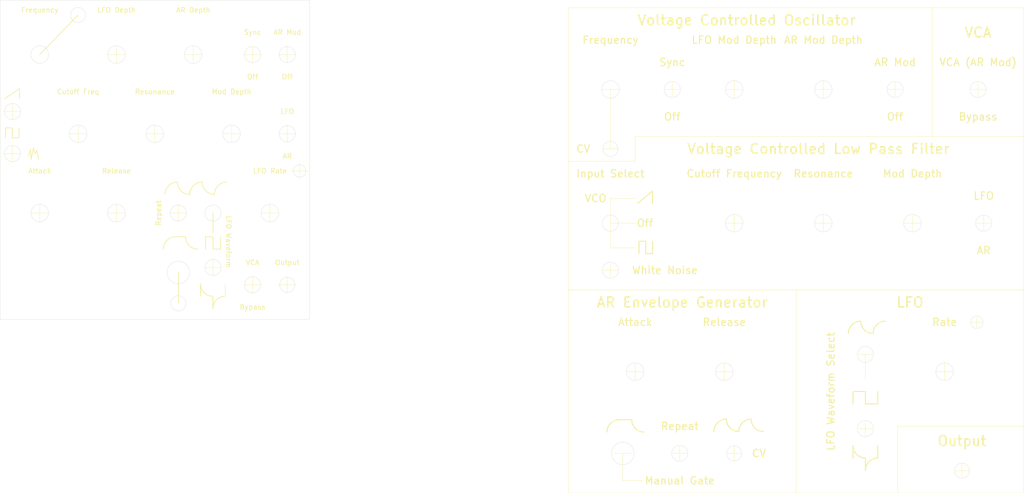
<source format=kicad_pcb>
(kicad_pcb (version 20221018) (generator pcbnew)

  (general
    (thickness 1.6)
  )

  (paper "A3")
  (layers
    (0 "F.Cu" signal)
    (31 "B.Cu" signal)
    (32 "B.Adhes" user "B.Adhesive")
    (33 "F.Adhes" user "F.Adhesive")
    (34 "B.Paste" user)
    (35 "F.Paste" user)
    (36 "B.SilkS" user "B.Silkscreen")
    (37 "F.SilkS" user "F.Silkscreen")
    (38 "B.Mask" user)
    (39 "F.Mask" user)
    (40 "Dwgs.User" user "User.Drawings")
    (41 "Cmts.User" user "User.Comments")
    (42 "Eco1.User" user "User.Eco1")
    (43 "Eco2.User" user "User.Eco2")
    (44 "Edge.Cuts" user)
    (45 "Margin" user)
    (46 "B.CrtYd" user "B.Courtyard")
    (47 "F.CrtYd" user "F.Courtyard")
    (48 "B.Fab" user)
    (49 "F.Fab" user)
    (50 "User.1" user)
    (51 "User.2" user)
    (52 "User.3" user)
    (53 "User.4" user)
    (54 "User.5" user)
    (55 "User.6" user)
    (56 "User.7" user)
    (57 "User.8" user)
    (58 "User.9" user)
  )

  (setup
    (pad_to_mask_clearance 0)
    (pcbplotparams
      (layerselection 0x00010fc_ffffffff)
      (plot_on_all_layers_selection 0x0000000_00000000)
      (disableapertmacros false)
      (usegerberextensions false)
      (usegerberattributes true)
      (usegerberadvancedattributes true)
      (creategerberjobfile true)
      (dashed_line_dash_ratio 12.000000)
      (dashed_line_gap_ratio 3.000000)
      (svgprecision 4)
      (plotframeref false)
      (viasonmask false)
      (mode 1)
      (useauxorigin false)
      (hpglpennumber 1)
      (hpglpenspeed 20)
      (hpglpendiameter 15.000000)
      (dxfpolygonmode true)
      (dxfimperialunits true)
      (dxfusepcbnewfont true)
      (psnegative false)
      (psa4output false)
      (plotreference true)
      (plotvalue true)
      (plotinvisibletext false)
      (sketchpadsonfab false)
      (subtractmaskfromsilk false)
      (outputformat 1)
      (mirror false)
      (drillshape 1)
      (scaleselection 1)
      (outputdirectory "")
    )
  )

  (net 0 "")

  (gr_line (start 344.55 158.1) (end 344.55 163.1)
    (stroke (width 0.4) (type default)) (layer "F.SilkS") (tstamp 0039fa38-08cb-4815-895e-bba2000c709a))
  (gr_line (start 253.1 150.1) (end 260 150.1)
    (stroke (width 0.15) (type default)) (layer "F.SilkS") (tstamp 019902e3-bee1-4779-a129-95de455bd223))
  (gr_line (start 376.55 3.1) (end 229.55 3.1)
    (stroke (width 0.15) (type default)) (layer "F.SilkS") (tstamp 01a5d328-d2fc-4d00-a70a-55227c3a4f55))
  (gr_line (start 62.5 50.55) (end 62.5 57.45)
    (stroke (width 0.15) (type default)) (layer "F.SilkS") (tstamp 01ef1582-ae2d-4caa-9e56-c506e4472fd8))
  (gr_line (start 86 95.6) (end 83 95.6)
    (stroke (width 0.3) (type default)) (layer "F.SilkS") (tstamp 02de0a1f-8f21-4eb3-ace0-7311d4b2d270))
  (gr_line (start 74.55 22) (end 81.45 22)
    (stroke (width 0.15) (type default)) (layer "F.SilkS") (tstamp 03b420b3-7790-4ec4-9d23-75b0150f3c96))
  (gr_line (start 47 18.55) (end 47 25.45)
    (stroke (width 0.15) (type default)) (layer "F.SilkS") (tstamp 06040f33-42cd-4687-ae5a-4da2093307cd))
  (gr_line (start 47 82.55) (end 47 89.45)
    (stroke (width 0.15) (type default)) (layer "F.SilkS") (tstamp 06863deb-5f18-4e1b-affd-918798b31b7c))
  (gr_line (start 72 110) (end 72 122.5)
    (stroke (width 0.3) (type default)) (layer "F.SilkS") (tstamp 06b753db-f899-4997-ae4a-c866d08e6743))
  (gr_line (start 292.55 146.65) (end 292.55 153.55)
    (stroke (width 0.15) (type default)) (layer "F.SilkS") (tstamp 075b3dfd-3de1-43f2-b1a3-f9ad23ba146a))
  (gr_line (start 243.65 109.1) (end 249.45 109.1)
    (stroke (width 0.15) (type default)) (layer "F.SilkS") (tstamp 0776053e-feb2-4656-8309-d96cfe862b01))
  (gr_arc (start 86.6 78.5) (mid 88.064466 74.964467) (end 91.6 73.5)
    (stroke (width 0.3) (type default)) (layer "F.SilkS") (tstamp 07826822-c659-4a37-a504-762e6920c325))
  (gr_line (start 12.55 86) (end 19.45 86)
    (stroke (width 0.15) (type default)) (layer "F.SilkS") (tstamp 0852c51c-5552-42b6-9643-e8b57a25d8c5))
  (gr_line (start 362.55 199.1) (end 413.55 199.1)
    (stroke (width 0.15) (type default)) (layer "F.SilkS") (tstamp 09605d46-f2e7-463c-a1e4-4e59fcd386e4))
  (gr_arc (start 352.65 134.7) (mid 354.114466 131.164466) (end 357.65 129.7)
    (stroke (width 0.4) (type default)) (layer "F.SilkS") (tstamp 09bac4a8-3af8-43cc-bd6d-867f80ec4a2f))
  (gr_line (start 74.9 95.6) (end 70.9 95.6)
    (stroke (width 0.3) (type default)) (layer "F.SilkS") (tstamp 0a836655-8678-42fe-bf38-dc1dc51275f9))
  (gr_line (start 256.55 65.1) (end 229.55 65.1)
    (stroke (width 0.15) (type default)) (layer "F.SilkS") (tstamp 0c867e13-5f0b-4ca2-8cc8-76539b3b9fb8))
  (gr_line (start 388.55 193) (end 388.55 187.2)
    (stroke (width 0.15) (type default)) (layer "F.SilkS") (tstamp 0f0842ae-118b-4154-a207-f8be1225a126))
  (gr_line (start 86 104.55) (end 86 111.45)
    (stroke (width 0.15) (type default)) (layer "F.SilkS") (tstamp 0f489097-7b19-486c-afd9-90298439e25b))
  (gr_line (start 296.55 32.65) (end 296.55 39.55)
    (stroke (width 0.15) (type default)) (layer "F.SilkS") (tstamp 10d60b57-e402-40e9-ba60-dc6c6123e0ed))
  (gr_line (start 381.55 146.65) (end 381.55 153.55)
    (stroke (width 0.15) (type default)) (layer "F.SilkS") (tstamp 11f97bd9-9fee-46ff-81f6-c5051a8841a0))
  (gr_line (start 263.575 102.4) (end 260.825 102.4)
    (stroke (width 0.4) (type default)) (layer "F.SilkS") (tstamp 13948f8e-a0c6-495c-90f7-77a0e374efc2))
  (gr_line (start 329.1 90.1) (end 336 90.1)
    (stroke (width 0.15) (type default)) (layer "F.SilkS") (tstamp 13b637a0-5eb4-4dc3-bf9d-63ed995c8058))
  (gr_line (start 376.55 3.1) (end 376.55 55.1)
    (stroke (width 0.15) (type default)) (layer "F.SilkS") (tstamp 14fd46f5-7f39-4baa-b1c6-c2ef7c377420))
  (gr_line (start 413.55 55.1) (end 413.55 117.1)
    (stroke (width 0.15) (type default)) (layer "F.SilkS") (tstamp 1501b6ef-5b9d-46eb-a551-f3f29d2a4466))
  (gr_line (start 392.15 36.1) (end 397.95 36.1)
    (stroke (width 0.15) (type default)) (layer "F.SilkS") (tstamp 15447c71-2ca2-49ce-b217-97d8eabc0a2a))
  (gr_line (start 7.65 55.6) (end 4.9 55.6)
    (stroke (width 0.3) (type default)) (layer "F.SilkS") (tstamp 1b80e230-d859-4189-8728-8ac344b1986b))
  (gr_line (start 89 95.6) (end 89 100.6)
    (stroke (width 0.3) (type default)) (layer "F.SilkS") (tstamp 1c91f91c-e5a7-432b-a20d-ac782c536c72))
  (gr_line (start 376.55 3.1) (end 413.55 3.1)
    (stroke (width 0.15) (type default)) (layer "F.SilkS") (tstamp 21b2b8b3-961f-41f9-826a-ecec2f60db2f))
  (gr_line (start 293.1 90.1) (end 300 90.1)
    (stroke (width 0.15) (type default)) (layer "F.SilkS") (tstamp 22dec114-34b9-4015-8c5b-4926eab45d47))
  (gr_line (start 248.15 183.1) (end 255.05 183.1)
    (stroke (width 0.15) (type default)) (layer "F.SilkS") (tstamp 24e08c05-e437-4fba-824a-ba27b7d00565))
  (gr_line (start 5 41.55) (end 5 48.45)
    (stroke (width 0.15) (type default)) (layer "F.SilkS") (tstamp 265c9cc2-d0bd-4d43-997f-23495b5bfaa1))
  (gr_line (start 368.55 86.65) (end 368.55 93.55)
    (stroke (width 0.15) (type default)) (layer "F.SilkS") (tstamp 281fd2a7-4eb6-4864-b452-c23fa51dc3ca))
  (gr_line (start 14.15 62.05) (end 14.75 60.75)
    (stroke (width 0.3) (type default)) (layer "F.SilkS") (tstamp 2a033b73-348f-404d-83b5-4c338b146689))
  (gr_line (start 112.55 54) (end 119.45 54)
    (stroke (width 0.15) (type default)) (layer "F.SilkS") (tstamp 2a4b4894-f4ac-4ff5-bcd4-f7dc77008b53))
  (gr_line (start 256.55 146.65) (end 256.55 153.55)
    (stroke (width 0.15) (type default)) (layer "F.SilkS") (tstamp 2cd8fd6e-ee20-4ec6-bf51-8c4c6801d704))
  (gr_line (start 263.55 77.1) (end 263.55 82.1)
    (stroke (width 0.4) (type default)) (layer "F.SilkS") (tstamp 2cdefca5-6f84-4e89-9789-3f6c20f2e65b))
  (gr_line (start 394.45 90.1) (end 400.25 90.1)
    (stroke (width 0.15) (type default)) (layer "F.SilkS") (tstamp 2d56712b-3628-403a-b301-fb15a9189e50))
  (gr_line (start 117.55 69) (end 124.45 69)
    (stroke (width 0.15) (type default)) (layer "F.SilkS") (tstamp 2e87e578-53a3-44db-afa1-c9b373745ad3))
  (gr_line (start 362.55 172.1) (end 362.55 199.1)
    (stroke (width 0.15) (type default)) (layer "F.SilkS") (tstamp 325ac179-16e9-4259-baaf-d5f062d5b45a))
  (gr_line (start 7.8 35.8) (end 7.8 39.8)
    (stroke (width 0.3) (type default)) (layer "F.SilkS") (tstamp 36b27336-d20c-464f-a085-610ae38c0367))
  (gr_line (start 1.55 45) (end 8.45 45)
    (stroke (width 0.15) (type default)) (layer "F.SilkS") (tstamp 36e0bdc7-d158-4562-a0a3-d045e9e25cf6))
  (gr_arc (start 342.65 134.7) (mid 344.114466 131.164466) (end 347.65 129.7)
    (stroke (width 0.4) (type default)) (layer "F.SilkS") (tstamp 3b48fccd-0f5f-4b99-be02-4742dd84ce27))
  (gr_line (start 263.55 77.1) (end 257.55 82.1)
    (stroke (width 0.4) (type default)) (layer "F.SilkS") (tstamp 3bd2fdda-0381-4927-9364-11399cb530e5))
  (gr_line (start 4.9 51.6) (end 4.9 55.6)
    (stroke (width 0.3) (type default)) (layer "F.SilkS") (tstamp 3d1958e5-ccab-4287-a8d6-d95463447f16))
  (gr_line (start 251.55 183.1) (end 251.55 194.1)
    (stroke (width 0.15) (type default)) (layer "F.SilkS") (tstamp 3e33ded7-8e15-462a-b60b-d18c359a819a))
  (gr_line (start 255.15 169.5) (end 250.15 169.5)
    (stroke (width 0.4) (type default)) (layer "F.SilkS") (tstamp 42ccac10-73da-426f-8185-a99c02dd6475))
  (gr_line (start 349.55 176) (end 349.55 170.2)
    (stroke (width 0.15) (type default)) (layer "F.SilkS") (tstamp 4460af67-dd93-4e99-8543-83b6195841fb))
  (gr_line (start 332.55 86.65) (end 332.55 93.55)
    (stroke (width 0.15) (type default)) (layer "F.SilkS") (tstamp 46fc3faa-f581-4eb8-897c-91bf55e6ced7))
  (gr_arc (start 79.9 100.6) (mid 76.364467 99.135534) (end 74.9 95.6)
    (stroke (width 0.3) (type default)) (layer "F.SilkS") (tstamp 485d4852-7394-45dd-a22e-29a57c3b9ba4))
  (gr_line (start 80.935534 114.635533) (end 80.935534 119.635533)
    (stroke (width 0.3) (type default)) (layer "F.SilkS") (tstamp 493998ec-fcf9-466b-8fb8-0e25763f729c))
  (gr_line (start 260.825 97.4) (end 260.825 102.4)
    (stroke (width 0.4) (type default)) (layer "F.SilkS") (tstamp 4ad1bf16-da70-47c3-bbbe-64934d86ac3c))
  (gr_line (start 2.15 51.6) (end 2.15 55.6)
    (stroke (width 0.3) (type default)) (layer "F.SilkS") (tstamp 4c407b24-fd98-4944-8111-d50a3df4586a))
  (gr_line (start 349.55 143.1) (end 349.55 153.1)
    (stroke (width 0.15) (type default)) (layer "F.SilkS") (tstamp 4ddb37e6-0c28-4333-818f-9a0742427427))
  (gr_line (start 229.55 65.1) (end 229.55 117.1)
    (stroke (width 0.15) (type default)) (layer "F.SilkS") (tstamp 4f6c528d-9658-40ec-b4a3-9c0a302b80d4))
  (gr_line (start 321.55 199.1) (end 229.55 199.1)
    (stroke (width 0.15) (type default)) (layer "F.SilkS") (tstamp 4f9db9b7-3ff9-4d7b-b1da-e979e337995d))
  (gr_line (start 365.1 90.1) (end 372 90.1)
    (stroke (width 0.15) (type default)) (layer "F.SilkS") (tstamp 4fe4acb1-31db-4fdb-8a5f-06a8895a196a))
  (gr_line (start 43.55 86) (end 50.45 86)
    (stroke (width 0.15) (type default)) (layer "F.SilkS") (tstamp 555fb8c5-9e54-429f-9cd0-dd88256a9689))
  (gr_line (start 243.65 60.1) (end 249.45 60.1)
    (stroke (width 0.15) (type default)) (layer "F.SilkS") (tstamp 564497cd-e469-42c9-b489-7b2162214278))
  (gr_line (start 378.1 150.1) (end 385 150.1)
    (stroke (width 0.15) (type default)) (layer "F.SilkS") (tstamp 56a3c5d5-3c8a-4e64-90cf-5e1fc0ece4a2))
  (gr_arc (start 349.55 185) (mid 346.014466 183.535534) (end 344.55 180)
    (stroke (width 0.4) (type default)) (layer "F.SilkS") (tstamp 56e660a2-0a3c-4277-aeba-bfa9b8c0061d))
  (gr_line (start 256.55 100.1) (end 246.55 100.1)
    (stroke (width 0.15) (type default)) (layer "F.SilkS") (tstamp 5806d48f-8d99-4421-a1ae-5965a2a00a67))
  (gr_line (start 12.25 60.35) (end 11.45 62.95)
    (stroke (width 0.3) (type default)) (layer "F.SilkS") (tstamp 5d201dac-d4c0-4e8b-81e0-775539c98949))
  (gr_arc (start 298.385534 174.264466) (mid 294.84999 172.80001) (end 293.385534 169.264466)
    (stroke (width 0.4) (type default)) (layer "F.SilkS") (tstamp 5e7303ea-7ab6-4b9f-9886-499adbda0a22))
  (gr_arc (start 65.9 100.6) (mid 67.364466 97.064467) (end 70.9 95.6)
    (stroke (width 0.3) (type default)) (layer "F.SilkS") (tstamp 5fd6d1a8-753a-48f0-b698-4862a77743cb))
  (gr_line (start 13.45 59.75) (end 14.15 62.05)
    (stroke (width 0.3) (type default)) (layer "F.SilkS") (tstamp 60bc8b54-3c8e-48bf-89c5-a7951ffdf46b))
  (gr_line (start 229.55 3.1) (end 229.55 65.1)
    (stroke (width 0.15) (type default)) (layer "F.SilkS") (tstamp 60c47cd0-02c8-487a-a5ee-a4099b02ee2c))
  (gr_line (start 246.55 36.1) (end 246.55 60.1)
    (stroke (width 0.15) (type default)) (layer "F.SilkS") (tstamp 6283b360-7edc-45a5-ad75-03c3680a45c3))
  (gr_line (start 344.55 180) (end 344.55 185)
    (stroke (width 0.4) (type default)) (layer "F.SilkS") (tstamp 6376c055-2231-48aa-bb12-f737bf4000b6))
  (gr_line (start 43.55 22) (end 50.45 22)
    (stroke (width 0.15) (type default)) (layer "F.SilkS") (tstamp 643ee4ba-6aa4-4fc9-8629-63f713208f91))
  (gr_line (start 93.5 50.55) (end 93.5 57.45)
    (stroke (width 0.15) (type default)) (layer "F.SilkS") (tstamp 64ab1b6e-6a17-47d1-814a-d9499e5a3f3e))
  (gr_line (start 349.55 158.1) (end 344.55 158.1)
    (stroke (width 0.4) (type default)) (layer "F.SilkS") (tstamp 677f47f0-26ec-4808-b872-26d6c5aedfdf))
  (gr_line (start 293.65 183.1) (end 299.45 183.1)
    (stroke (width 0.15) (type default)) (layer "F.SilkS") (tstamp 687e8dc0-43b2-437d-beec-be2c8588f39d))
  (gr_line (start 395.05 39) (end 395.05 33.2)
    (stroke (width 0.15) (type default)) (layer "F.SilkS") (tstamp 6c0762ce-bb63-4396-9853-f73ab50e6c1f))
  (gr_line (start 89 100.6) (end 86 100.6)
    (stroke (width 0.3) (type default)) (layer "F.SilkS") (tstamp 6ce46a48-ff20-4b6f-a645-dbcd857d5d85))
  (gr_line (start 90.935534 114.635533) (end 90.935534 119.635533)
    (stroke (width 0.2) (type default)) (layer "F.SilkS") (tstamp 6ef59c18-be1b-4ea5-be69-c5d5db99f7c2))
  (gr_arc (start 85.935534 124.635533) (mid 87.4 121.1) (end 90.935534 119.635533)
    (stroke (width 0.3) (type default)) (layer "F.SilkS") (tstamp 719364ed-9159-435b-8357-a8c0ce03ce8d))
  (gr_line (start 31.5 6) (end 16 22)
    (stroke (width 0.3) (type default)) (layer "F.SilkS") (tstamp 722a7ca4-55cd-4718-9ed1-c0fbba1a95f3))
  (gr_line (start 15.65 64.15) (end 14.75 60.75)
    (stroke (width 0.3) (type default)) (layer "F.SilkS") (tstamp 73177073-9076-486e-9971-2c4604ef2c15))
  (gr_line (start 346.65 143.1) (end 352.45 143.1)
    (stroke (width 0.15) (type default)) (layer "F.SilkS") (tstamp 75d1d09a-eb62-43f0-9eda-0e546f0ce1f7))
  (gr_line (start 346.65 173.1) (end 352.45 173.1)
    (stroke (width 0.15) (type default)) (layer "F.SilkS") (tstamp 7660c43f-31bc-446c-ab8d-5e3e280a24fc))
  (gr_line (start 102 18.55) (end 102 25.45)
    (stroke (width 0.15) (type default)) (layer "F.SilkS") (tstamp 78af3231-4a60-4495-a20a-0fae6ab61fc8))
  (gr_arc (start 85.935534 119.635533) (mid 82.400001 118.171067) (end 80.935534 114.635533)
    (stroke (width 0.3) (type default)) (layer "F.SilkS") (tstamp 7a2cd1b1-c479-4b9a-b71a-30bf95bc291a))
  (gr_line (start 358.65 36.1) (end 364.45 36.1)
    (stroke (width 0.15) (type default)) (layer "F.SilkS") (tstamp 7a9272a2-45d7-4da5-aa6c-284ab391a69a))
  (gr_line (start 296.55 186) (end 296.55 180.2)
    (stroke (width 0.15) (type default)) (layer "F.SilkS") (tstamp 7b79569e-cf42-41da-ac31-c2aa004c90c9))
  (gr_arc (start 308.385534 174.264466) (mid 304.84999 172.80001) (end 303.385534 169.264466)
    (stroke (width 0.4) (type default)) (layer "F.SilkS") (tstamp 7c283865-6e6e-4da7-b023-22f842295422))
  (gr_line (start 329.1 36.1) (end 336 36.1)
    (stroke (width 0.15) (type default)) (layer "F.SilkS") (tstamp 7c302098-9760-4d9c-b19b-9461e5648d95))
  (gr_line (start 4.9 51.6) (end 2.15 51.6)
    (stroke (width 0.3) (type default)) (layer "F.SilkS") (tstamp 7c92cac5-6d57-4254-8d5c-b39275d5f9ed))
  (gr_line (start 109 82.55) (end 109 89.45)
    (stroke (width 0.15) (type default)) (layer "F.SilkS") (tstamp 7e97b8d5-606a-4bb8-b0ae-530f1570fb51))
  (gr_line (start 16 82.55) (end 16 89.45)
    (stroke (width 0.15) (type default)) (layer "F.SilkS") (tstamp 7f665a85-1bb4-4f77-9655-49eed7cb3e97))
  (gr_line (start 413.55 3.1) (end 413.55 55.1)
    (stroke (width 0.15) (type default)) (layer "F.SilkS") (tstamp 8007c7db-0183-4b8c-b1bf-7cca25efb9d8))
  (gr_line (start 229.55 117.1) (end 229.55 199.1)
    (stroke (width 0.15) (type default)) (layer "F.SilkS") (tstamp 80511f6b-5299-42f4-ac20-350ae7dfdaa0))
  (gr_line (start 385.65 190.1) (end 391.45 190.1)
    (stroke (width 0.15) (type default)) (layer "F.SilkS") (tstamp 82f67cf9-f379-44cc-b8d6-a9cd81da98c4))
  (gr_arc (start 86.6 78.5) (mid 83.064467 77.035534) (end 81.6 73.5)
    (stroke (width 0.3) (type default)) (layer "F.SilkS") (tstamp 8882a21c-b719-4a03-a1ca-95fbd42a906d))
  (gr_line (start 116 18.55) (end 116 25.45)
    (stroke (width 0.15) (type default)) (layer "F.SilkS") (tstamp 8e2dcc9c-6c62-4486-9882-761ac236a0cc))
  (gr_line (start 256.55 55.1) (end 256.55 65.1)
    (stroke (width 0.15) (type default)) (layer "F.SilkS") (tstamp 8f00d195-6536-4303-be47-5f67f963cf18))
  (gr_arc (start 298.385534 174.264466) (mid 299.850002 170.728936) (end 303.385534 169.264466)
    (stroke (width 0.4) (type default)) (layer "F.SilkS") (tstamp 926bbd3a-7b81-4088-850d-98f4c43d81c0))
  (gr_line (start 397.35 93) (end 397.35 87.2)
    (stroke (width 0.15) (type default)) (layer "F.SilkS") (tstamp 92d33fee-018d-4330-8966-3064abe12a09))
  (gr_line (start 7.65 51.6) (end 7.65 55.6)
    (stroke (width 0.3) (type default)) (layer "F.SilkS") (tstamp 9952d079-545e-4767-b625-2a6eb68a6aaa))
  (gr_line (start 392.35 130.1) (end 396.65 130.1)
    (stroke (width 0.15) (type default)) (layer "F.SilkS") (tstamp 9a64352f-fe36-4773-8fb3-832faf5afbdf))
  (gr_line (start 271.55 39) (end 271.55 33.2)
    (stroke (width 0.15) (type default)) (layer "F.SilkS") (tstamp 9b020f47-9963-4315-ba30-bf31a2262e47))
  (gr_line (start 296.55 86.65) (end 296.55 93.55)
    (stroke (width 0.15) (type default)) (layer "F.SilkS") (tstamp 9d7758d9-27fe-4ff8-95c4-09ead748e2c2))
  (gr_line (start 293.1 36.1) (end 300 36.1)
    (stroke (width 0.15) (type default)) (layer "F.SilkS") (tstamp 9e9bfc91-3a10-4319-a9f8-5820b010a490))
  (gr_line (start 102 111.55) (end 102 118.45)
    (stroke (width 0.15) (type default)) (layer "F.SilkS") (tstamp a12cf172-9a52-4321-ba20-7a904c8810ed))
  (gr_line (start 116 50.55) (end 116 57.45)
    (stroke (width 0.15) (type default)) (layer "F.SilkS") (tstamp a174a1be-020e-4bb6-97d9-40d1d440ded1))
  (gr_line (start 13.45 59.75) (end 12.55 64.25)
    (stroke (width 0.3) (type default)) (layer "F.SilkS") (tstamp a22cf90d-140b-4975-8ad6-7f690fb60810))
  (gr_line (start 246.55 80.1) (end 246.55 100.1)
    (stroke (width 0.15) (type default)) (layer "F.SilkS") (tstamp a4b94f22-6e70-45ef-9ce8-9a9f202b90df))
  (gr_line (start 268.65 36.1) (end 274.45 36.1)
    (stroke (width 0.15) (type default)) (layer "F.SilkS") (tstamp a87d7a49-4321-40e3-aa60-d4947da76f60))
  (gr_arc (start 76.6 78.5) (mid 78.064466 74.964467) (end 81.6 73.5)
    (stroke (width 0.3) (type default)) (layer "F.SilkS") (tstamp a9304b72-c861-4814-bab2-0cbbe86c9d33))
  (gr_line (start 4.9 58.55) (end 4.9 65.45)
    (stroke (width 0.15) (type default)) (layer "F.SilkS") (tstamp aa585613-ae3f-4c8c-9605-cb2f3cdf1f28))
  (gr_line (start 259.55 194.1) (end 251.55 194.1)
    (stroke (width 0.15) (type default)) (layer "F.SilkS") (tstamp aac894b9-9d8f-4c67-a893-de3a93ee4ee4))
  (gr_line (start 31.5 50.55) (end 31.5 57.45)
    (stroke (width 0.15) (type default)) (layer "F.SilkS") (tstamp abdb9019-e286-4566-b9f2-c0663ec2fbe6))
  (gr_arc (start 352.65 134.7) (mid 349.114466 133.235534) (end 347.65 129.7)
    (stroke (width 0.4) (type default)) (layer "F.SilkS") (tstamp ac65e487-2f30-4519-a087-e8b8a047a485))
  (gr_line (start 12.25 60.35) (end 12.55 64.25)
    (stroke (width 0.3) (type default)) (layer "F.SilkS") (tstamp acd58e5c-3312-46e8-8d46-da43a1e06727))
  (gr_line (start 1.45 62) (end 8.35 62)
    (stroke (width 0.15) (type default)) (layer "F.SilkS") (tstamp ae8d6f81-6116-484a-b744-dec84bd0412a))
  (gr_line (start 72 82.55) (end 72 89.45)
    (stroke (width 0.15) (type default)) (layer "F.SilkS") (tstamp af6fc936-0614-4517-b2f7-bc5a7997b244))
  (gr_line (start 59.05 54) (end 65.95 54)
    (stroke (width 0.15) (type default)) (layer "F.SilkS") (tstamp b547c161-a453-4e1e-b4ec-f5a93fd9d4c0))
  (gr_line (start 246.55 112) (end 246.55 106.2)
    (stroke (width 0.15) (type default)) (layer "F.SilkS") (tstamp b6da91e9-5747-46fd-ae3b-d9732e223ede))
  (gr_line (start 7.8 35.8) (end 1.8 39.8)
    (stroke (width 0.3) (type default)) (layer "F.SilkS") (tstamp ba2b5484-ec9b-42ae-b007-bd6db64939e9))
  (gr_arc (start 349.55 190) (mid 351.014466 186.464466) (end 354.55 185)
    (stroke (width 0.4) (type default)) (layer "F.SilkS") (tstamp c01f326c-6701-4b4d-a019-9d1c4b0daae4))
  (gr_line (start 86 86) (end 86 94)
    (stroke (width 0.3) (type default)) (layer "F.SilkS") (tstamp c1543ddc-83a6-4965-810d-7a402d7ba86b))
  (gr_line (start 256.55 90.1) (end 246.55 90.1)
    (stroke (width 0.15) (type default)) (layer "F.SilkS") (tstamp c2bff999-c326-468c-9ec2-5fba70a395dc))
  (gr_line (start 394.5 132.3) (end 394.5 127.9)
    (stroke (width 0.15) (type default)) (layer "F.SilkS") (tstamp c48ac032-1bcf-4d56-99d3-174451eb9f05))
  (gr_arc (start 245.15 174.5) (mid 246.614466 170.964466) (end 250.15 169.5)
    (stroke (width 0.4) (type default)) (layer "F.SilkS") (tstamp c5355f28-f920-4895-9fa1-6b262fc5e8d7))
  (gr_line (start 83 95.6) (end 83 100.6)
    (stroke (width 0.3) (type default)) (layer "F.SilkS") (tstamp c544a58c-fa25-4716-bcb5-fb91c91b44ac))
  (gr_arc (start 76.6 78.5) (mid 73.064467 77.035533) (end 71.6 73.5)
    (stroke (width 0.3) (type default)) (layer "F.SilkS") (tstamp c5938581-066c-47ac-b36f-e1585ee64b8a))
  (gr_line (start 263.575 97.4) (end 263.575 102.4)
    (stroke (width 0.4) (type default)) (layer "F.SilkS") (tstamp c8c27209-9018-4cfe-85cd-23ff41bad3c6))
  (gr_line (start 413.55 172.1) (end 413.55 199.1)
    (stroke (width 0.15) (type default)) (layer "F.SilkS") (tstamp c8e29f0e-b2b9-4eaa-9c59-9ac073fd8dcd))
  (gr_line (start 82.55 108) (end 89.45 108)
    (stroke (width 0.15) (type default)) (layer "F.SilkS") (tstamp c9756c90-fceb-437c-bd25-eb7ef70ada21))
  (gr_line (start 413.55 117.1) (end 229.55 117.1)
    (stroke (width 0.15) (type default)) (layer "F.SilkS") (tstamp ca08e690-2ba4-4179-81b8-d1f373c2c998))
  (gr_line (start 28.05 54) (end 34.95 54)
    (stroke (width 0.15) (type default)) (layer "F.SilkS") (tstamp cb0c9f1e-f8dc-466d-a0a0-fc361e92aa2f))
  (gr_arc (start 288.385534 174.264466) (mid 289.850001 170.728933) (end 293.385534 169.264466)
    (stroke (width 0.4) (type default)) (layer "F.SilkS") (tstamp cb34f407-9125-464e-b438-91dab7b67e58))
  (gr_line (start 274.55 186) (end 274.55 180.2)
    (stroke (width 0.15) (type default)) (layer "F.SilkS") (tstamp cc64f48f-3cf4-4d51-8794-133aa664ef03))
  (gr_line (start 354.55 180) (end 354.55 185)
    (stroke (width 0.4) (type default)) (layer "F.SilkS") (tstamp ce87163d-b0e3-447f-b216-c116f1bbb783))
  (gr_line (start 349.55 158.1) (end 349.55 163.1)
    (stroke (width 0.4) (type default)) (layer "F.SilkS") (tstamp ce9dd5ac-5a51-4768-ab09-2725143003ca))
  (gr_line (start 362.55 172.1) (end 413.55 172.1)
    (stroke (width 0.15) (type default)) (layer "F.SilkS") (tstamp cff5ac0a-0299-4ef7-b61e-9c4c7f135907))
  (gr_line (start 413.55 117.1) (end 413.55 172.1)
    (stroke (width 0.15) (type default)) (layer "F.SilkS") (tstamp d0ab1c21-b8ff-495a-90e2-c727b9e5a332))
  (gr_line (start 289.1 150.1) (end 296 150.1)
    (stroke (width 0.15) (type default)) (layer "F.SilkS") (tstamp d1790093-5c38-4ad5-b900-6bc9cd534c72))
  (gr_line (start 86 95.6) (end 86 100.6)
    (stroke (width 0.3) (type default)) (layer "F.SilkS") (tstamp d608ab30-2e07-4517-83bc-155679e47a5b))
  (gr_line (start 68.55 86) (end 75.45 86)
    (stroke (width 0.15) (type default)) (layer "F.SilkS") (tstamp d8bb9291-4000-46ef-aa70-51d4246b9de0))
  (gr_line (start 243.15 36.1) (end 250.05 36.1)
    (stroke (width 0.15) (type default)) (layer "F.SilkS") (tstamp d9785f84-6b46-4231-b130-2142c1b78352))
  (gr_line (start 85.935534 119.635533) (end 85.935534 124.635533)
    (stroke (width 0.3) (type default)) (layer "F.SilkS") (tstamp da34c2fd-eed1-4cb4-aec3-a3d96b18dd71))
  (gr_line (start 112.55 22) (end 119.45 22)
    (stroke (width 0.15) (type default)) (layer "F.SilkS") (tstamp db14e86c-851d-49be-8398-6dfb5f1d1de4))
  (gr_line (start 332.55 32.65) (end 332.55 39.55)
    (stroke (width 0.15) (type default)) (layer "F.SilkS") (tstamp df0ce54f-687f-4a68-b848-792915362c0e))
  (gr_line (start 98.55 115) (end 105.45 115)
    (stroke (width 0.15) (type default)) (layer "F.SilkS") (tstamp df439c77-4897-42af-81b0-79e7735f7e64))
  (gr_line (start 354.55 163.1) (end 349.55 163.1)
    (stroke (width 0.4) (type default)) (layer "F.SilkS") (tstamp e31eb677-7b94-42ef-9b5e-68b025786cae))
  (gr_arc (start 260.15 174.5) (mid 256.614466 173.035534) (end 255.15 169.5)
    (stroke (width 0.4) (type default)) (layer "F.SilkS") (tstamp e3959730-241e-4ffd-afac-52f92882d109))
  (gr_line (start 354.55 158.1) (end 354.55 163.1)
    (stroke (width 0.4) (type default)) (layer "F.SilkS") (tstamp e43d1d68-c247-4b80-aac2-41a8c95efeb2))
  (gr_line (start 321.55 199.1) (end 362.55 199.1)
    (stroke (width 0.15) (type default)) (layer "F.SilkS") (tstamp e55b0a1f-00cf-41c3-b2d3-edb00d0ea66e))
  (gr_line (start 105.55 86) (end 112.45 86)
    (stroke (width 0.15) (type default)) (layer "F.SilkS") (tstamp e5bdd3da-1ae8-433c-b5d7-80357fb8f674))
  (gr_line (start 376.55 55.1) (end 256.55 55.1)
    (stroke (width 0.15) (type default)) (layer "F.SilkS") (tstamp e5e3ecac-a349-4e1e-ba5d-fdc5a6e7aec8))
  (gr_line (start 376.55 55.1) (end 413.55 55.1)
    (stroke (width 0.15) (type default)) (layer "F.SilkS") (tstamp e7496a28-74c7-431d-9a9e-dcb49cd36046))
  (gr_line (start 78 18.55) (end 78 25.45)
    (stroke (width 0.15) (type default)) (layer "F.SilkS") (tstamp e890dca1-7aab-4fda-8e4d-475c878a4faa))
  (gr_line (start 361.55 39) (end 361.55 33.2)
    (stroke (width 0.15) (type default)) (layer "F.SilkS") (tstamp ebffaf53-f3be-43f5-bfd1-56de9badc81a))
  (gr_line (start 112.55 115) (end 119.45 115)
    (stroke (width 0.15) (type default)) (layer "F.SilkS") (tstamp ec4db4dd-48cf-4af3-b715-5112534ac17c))
  (gr_line (start 98.55 22) (end 105.45 22)
    (stroke (width 0.15) (type default)) (layer "F.SilkS") (tstamp ece7c0a0-c7fc-4b45-be7f-08ae966c8e1b))
  (gr_arc (start 66.6 78.5) (mid 68.064467 74.964467) (end 71.6 73.5)
    (stroke (width 0.3) (type default)) (layer "F.SilkS") (tstamp ee791756-28f2-43cb-94b2-9cf42e13c716))
  (gr_line (start 121 65.55) (end 121 72.45)
    (stroke (width 0.15) (type default)) (layer "F.SilkS") (tstamp f19d3b17-c37d-4880-b4e9-6e087e681092))
  (gr_line (start 321.55 117.1) (end 321.55 199.1)
    (stroke (width 0.15) (type default)) (layer "F.SilkS") (tstamp f1ef2857-bdc3-4886-8a79-5ec23dfcb0bc))
  (gr_line (start 349.55 185) (end 349.55 190)
    (stroke (width 0.4) (type default)) (layer "F.SilkS") (tstamp f3e4f2de-f0d8-437a-bf69-bd31438ff402))
  (gr_line (start 90.05 54) (end 96.95 54)
    (stroke (width 0.15) (type default)) (layer "F.SilkS") (tstamp f64d7e8a-a155-45d6-840d-52cb83750ab3))
  (gr_line (start 116 111.55) (end 116 118.45)
    (stroke (width 0.15) (type default)) (layer "F.SilkS") (tstamp f6b40b75-b632-4f77-9454-67c71cfbe73c))
  (gr_line (start 256.55 80.1) (end 246.55 80.1)
    (stroke (width 0.15) (type default)) (layer "F.SilkS") (tstamp f795a3cd-1dde-4c6d-b57e-bbb662af4728))
  (gr_line (start 258.075 97.4) (end 258.075 102.4)
    (stroke (width 0.4) (type default)) (layer "F.SilkS") (tstamp f81fafbd-c5ce-4c2c-bc14-41f2f5e1d594))
  (gr_line (start 260.825 97.4) (end 258.075 97.4)
    (stroke (width 0.4) (type default)) (layer "F.SilkS") (tstamp f93c6287-17fc-4c41-8703-876dd1d8208d))
  (gr_line (start 271.65 183.1) (end 277.45 183.1)
    (stroke (width 0.15) (type default)) (layer "F.SilkS") (tstamp fd1f4e4d-9a25-4c4b-8b66-60a20fb4e02a))
  (gr_circle (center 296.55 90.1) (end 300.1 90.1)
    (stroke (width 0.1) (type default)) (fill none) (layer "Edge.Cuts") (tstamp 0383ff34-c0df-49d8-b2c9-c1603ab894ed))
  (gr_circle (center 62.5 54) (end 66.05 54)
    (stroke (width 0.1) (type default)) (fill none) (layer "Edge.Cuts") (tstamp 0c834b7e-0dd9-4214-9da5-abe363fdb047))
  (gr_circle (center 332.55 90.1) (end 336.1 90.1)
    (stroke (width 0.1) (type default)) (fill none) (layer "Edge.Cuts") (tstamp 15d65499-8aa9-42ca-b149-4b141d50a0de))
  (gr_circle (center 121 69) (end 123.5 69)
    (stroke (width 0.1) (type default)) (fill none) (layer "Edge.Cuts") (tstamp 163e83f5-312c-441a-ac36-dec1be3d33e1))
  (gr_circle (center 274.55 183.1) (end 277.8 183.1)
    (stroke (width 0.1) (type default)) (fill none) (layer "Edge.Cuts") (tstamp 1a605444-c86e-4c1c-962b-4f6a8a32da57))
  (gr_circle (center 246.55 109.1) (end 249.8 109.1)
    (stroke (width 0.1) (type default)) (fill none) (layer "Edge.Cuts") (tstamp 1ac3605e-506e-4223-8693-bf44cdb8e540))
  (gr_circle (center 86 86) (end 89.25 86)
    (stroke (width 0.1) (type default)) (fill none) (layer "Edge.Cuts") (tstamp 1bedbb79-b478-45db-9ac8-4e8de97f34c5))
  (gr_circle (center 93.5 54) (end 97.05 54)
    (stroke (width 0.1) (type default)) (fill none) (layer "Edge.Cuts") (tstamp 1c89f4db-4f8e-4c1a-b2d2-05e1b32205d9))
  (gr_circle (center 116 54) (end 119.25 54)
    (stroke (width 0.1) (type default)) (fill none) (layer "Edge.Cuts") (tstamp 205c50c6-2ba3-4203-a36e-924f7a7bba43))
  (gr_circle (center 116 115) (end 119.05 115)
    (stroke (width 0.1) (type default)) (fill none) (layer "Edge.Cuts") (tstamp 235ad675-b7dd-49bf-8c89-a517f42b4268))
  (gr_circle (center 388.55 190.1) (end 391.6 190.1)
    (stroke (width 0.1) (type default)) (fill none) (layer "Edge.Cuts") (tstamp 24063e5d-a144-4f6d-b9b3-8f36fd0d1e27))
  (gr_circle (center 381.55 150.1) (end 385.1 150.1)
    (stroke (width 0.1) (type default)) (fill none) (layer "Edge.Cuts") (tstamp 286c701f-e619-44d5-b533-9709819191c2))
  (gr_circle (center 31.5 6) (end 34.55 6)
    (stroke (width 0.1) (type default)) (fill none) (layer "Edge.Cuts") (tstamp 349a03a6-415c-40e8-bad3-397b0782fab3))
  (gr_circle (center 72 122.5) (end 75.05 122.5)
    (stroke (width 0.1) (type default)) (fill none) (layer "Edge.Cuts") (tstamp 38824217-73c4-4e20-8d24-244773470d75))
  (gr_circle (center 332.55 36.1) (end 336.1 36.1)
    (stroke (width 0.1) (type default)) (fill none) (layer "Edge.Cuts") (tstamp 420bc693-bea3-49d8-b7b8-b832f09f3067))
  (gr_circle (center 102 22) (end 105.25 22)
    (stroke (width 0.1) (type default)) (fill none) (layer "Edge.Cuts") (tstamp 474a142b-0aff-473b-9f2b-e6978aa88f09))
  (gr_circle (center 72 110) (end 76.55 110)
    (stroke (width 0.1) (type default)) (fill none) (layer "Edge.Cuts") (tstamp 4a875d82-03d1-4d1b-8494-136671f17cd3))
  (gr_circle (center 16 86) (end 19.55 86)
    (stroke (width 0.1) (type default)) (fill none) (layer "Edge.Cuts") (tstamp 5cadf3f2-d855-448c-a7e7-390b9c245936))
  (gr_circle (center 296.55 183.1) (end 299.6 183.1)
    (stroke (width 0.1) (type default)) (fill none) (layer "Edge.Cuts") (tstamp 60d087db-fe7f-4c24-ad32-5967faefbdf3))
  (gr_circle (center 292.55 150.1) (end 296.1 150.1)
    (stroke (width 0.1) (type default)) (fill none) (layer "Edge.Cuts") (tstamp 73e51ba1-14a0-4cc3-b00f-f509f249895d))
  (gr_rect (start 0 0) (end 125 129)
    (stroke (width 0.1) (type default)) (fill none) (layer "Edge.Cuts") (tstamp 79bd5dc2-7704-4306-8d29-6f8966a15de8))
  (gr_circle (center 256.55 150.1) (end 260.1 150.1)
    (stroke (width 0.1) (type default)) (fill none) (layer "Edge.Cuts") (tstamp 7fefcfae-229c-40f6-b310-c44fa3c2a61d))
  (gr_circle (center 368.55 90.1) (end 372.1 90.1)
    (stroke (width 0.1) (type default)) (fill none) (layer "Edge.Cuts") (tstamp 8604b1d7-c92b-4da9-a9dd-15873a9e966c))
  (gr_circle (center 116 22) (end 119.25 22)
    (stroke (width 0.1) (type default)) (fill none) (layer "Edge.Cuts") (tstamp 8cc59174-e5ab-48e5-9bdf-a504a10d3ca1))
  (gr_circle (center 246.55 60.1) (end 249.6 60.1)
    (stroke (width 0.1) (type default)) (fill none) (layer "Edge.Cuts") (tstamp 8fdd661a-37f3-48d0-9ede-c615b4fcee79))
  (gr_circle (center 78 22) (end 81.55 22)
    (stroke (width 0.1) (type default)) (fill none) (layer "Edge.Cuts") (tstamp 9028f31e-d57d-4675-84cc-335f0bc01409))
  (gr_circle (center 246.55 36.1) (end 250.1 36.1)
    (stroke (width 0.1) (type default)) (fill none) (layer "Edge.Cuts") (tstamp 9137b159-61a0-42f1-82ad-e1604eca3953))
  (gr_circle (center 31.5 54) (end 35.05 54)
    (stroke (width 0.1) (type default)) (fill none) (layer "Edge.Cuts") (tstamp 9160f7f1-0680-4c03-961a-4fb8fcdef91c))
  (gr_circle (center 5 45) (end 8.25 45)
    (stroke (width 0.1) (type default)) (fill none) (layer "Edge.Cuts") (tstamp 929d0ceb-e139-49be-96df-bb28ae385223))
  (gr_circle (center 47 22) (end 50.55 22)
    (stroke (width 0.1) (type default)) (fill none) (layer "Edge.Cuts") (tstamp a3f49e02-bac5-44d8-943d-d2ab3b20f667))
  (gr_circle (center 251.55 183.1) (end 256.1 183.1)
    (stroke (width 0.1) (type default)) (fill none) (layer "Edge.Cuts") (tstamp a40dddff-c5dd-43c2-861e-cf6693c0dca9))
  (gr_circle (center 361.55 36.1) (end 364.8 36.1)
    (stroke (width 0.1) (type default)) (fill none) (layer "Edge.Cuts") (tstamp aaf1795c-0d8a-4818-a226-1707371c7a76))
  (gr_circle (center 349.55 173.1) (end 352.8 173.1)
    (stroke (width 0.1) (type default)) (fill none) (layer "Edge.Cuts") (tstamp afe424df-55c9-462b-bb76-c08bd26530d3))
  (gr_circle (center 349.55 143.1) (end 352.8 143.1)
    (stroke (width 0.1) (type default)) (fill none) (layer "Edge.Cuts") (tstamp b35bc0c3-30dd-4810-b9c1-837cb9cab1a3))
  (gr_circle (center 47 86) (end 50.55 86)
    (stroke (width 0.1) (type default)) (fill none) (layer "Edge.Cuts") (tstamp b6a6be2f-b4be-419f-a9fb-9b1d2d55721d))
  (gr_circle (center 395.05 36.1) (end 398.3 36.1)
    (stroke (width 0.1) (type default)) (fill none) (layer "Edge.Cuts") (tstamp c19ba4df-9f8b-4a89-aa54-98a0920a537f))
  (gr_circle (center 102 115) (end 105.25 115)
    (stroke (width 0.1) (type default)) (fill none) (layer "Edge.Cuts") (tstamp c3e7737d-4bfc-4bde-a8aa-bba267e739bd))
  (gr_circle (center 397.35 90.1) (end 400.6 90.1)
    (stroke (width 0.1) (type default)) (fill none) (layer "Edge.Cuts") (tstamp d2839aa5-404b-4ec9-9916-a2ff43630256))
  (gr_circle (center 246.55 90.1) (end 249.8 90.1)
    (stroke (width 0.1) (type default)) (fill none) (layer "Edge.Cuts") (tstamp d5711a68-afc4-47ca-a0b7-a65d52c4a521))
  (gr_circle (center 86 108) (end 89.25 108)
    (stroke (width 0.1) (type default)) (fill none) (layer "Edge.Cuts") (tstamp e74305a9-baef-4d44-9b3c-676f8ebc9cb3))
  (gr_circle (center 394.55 130.1) (end 397.05 130.1)
    (stroke (width 0.1) (type default)) (fill none) (layer "Edge.Cuts") (tstamp e89aafff-bf5e-4c48-beae-509794927489))
  (gr_circle (center 271.55 36.1) (end 274.8 36.1)
    (stroke (width 0.1) (type default)) (fill none) (layer "Edge.Cuts") (tstamp ea9d8ef3-9abd-45b6-b90b-d8967ded250d))
  (gr_circle (center 72 86) (end 75.25 86)
    (stroke (width 0.1) (type default)) (fill none) (layer "Edge.Cuts") (tstamp f4582fd3-6c8d-4711-b9a1-dedfda3b1d46))
  (gr_circle (center 5 62) (end 8.25 62)
    (stroke (width 0.1) (type default)) (fill none) (layer "Edge.Cuts") (tstamp f6d2941e-7ad8-4368-a2b3-fc907ef85f52))
  (gr_circle (center 296.55 36.1) (end 300.1 36.1)
    (stroke (width 0.1) (type default)) (fill none) (layer "Edge.Cuts") (tstamp f9dce823-f77e-456f-ae0c-0f66ce1de35f))
  (gr_circle (center 16 22) (end 19.55 22)
    (stroke (width 0.1) (type default)) (fill none) (layer "Edge.Cuts") (tstamp fa30dde6-fad4-4caa-b7c3-e3f32fda6acc))
  (gr_circle (center 109 86) (end 112.55 86)
    (stroke (width 0.1) (type default)) (fill none) (layer "Edge.Cuts") (tstamp fe85c968-8829-4e4e-9a54-c4186b976cd4))
  (gr_circle (center 332.55 36.1) (end 347.05 36.1)
    (stroke (width 0.15) (type default)) (fill none) (layer "F.CrtYd") (tstamp 00b70552-dc9c-469c-b930-763e4d433f0e))
  (gr_circle (center 62.5 54) (end 77 54)
    (stroke (width 0.15) (type default)) (fill none) (layer "F.CrtYd") (tstamp 07d642a4-becb-4d5b-8bae-97ef487fb72a))
  (gr_circle (center 296.55 36.1) (end 311.05 36.1)
    (stroke (width 0.15) (type default)) (fill none) (layer "F.CrtYd") (tstamp 0b20d0f4-380c-4acf-80b0-a22348d95b11))
  (gr_circle (center 296.55 90.1) (end 311.05 90.1)
    (stroke (width 0.15) (type default)) (fill none) (layer "F.CrtYd") (tstamp 2a0243e1-fc9c-4bba-9087-58883040f192))
  (gr_circle (center 31.5 54) (end 46 54)
    (stroke (width 0.15) (type default)) (fill none) (layer "F.CrtYd") (tstamp 2f0eed58-3765-40ba-8770-96c9bbfccb68))
  (gr_circle (center 256.55 150.1) (end 271.05 150.1)
    (stroke (width 0.15) (type default)) (fill none) (layer "F.CrtYd") (tstamp 3f9d18a0-0e40-44f0-9c36-5aeaba10d679))
  (gr_circle (center 93.5 54) (end 108 54)
    (stroke (width 0.15) (type default)) (fill none) (layer "F.CrtYd") (tstamp 49f13b7d-3718-45c3-b1b1-b3e507c29c44))
  (gr_circle (center 368.55 90.1) (end 383.05 90.1)
    (stroke (width 0.15) (type default)) (fill none) (layer "F.CrtYd") (tstamp 6128fe9c-3c3f-4475-befe-167b7c7f5523))
  (gr_circle (center 246.55 36.1) (end 261.05 36.1)
    (stroke (width 0.15) (type default)) (fill none) (layer "F.CrtYd") (tstamp 708888ad-4cdb-4b23-809e-0dfdd4b92bca))
  (gr_circle (center 47 86) (end 61.5 86)
    (stroke (width 0.15) (type default)) (fill none) (layer "F.CrtYd") (tstamp 7fc359ac-2e35-4e3b-a190-96bfa0970e96))
  (gr_circle (center 47 22) (end 61.5 22)
    (stroke (width 0.15) (type default)) (fill none) (layer "F.CrtYd") (tstamp 7fd77fe2-bf1b-4800-b2aa-55d60827dc67))
  (gr_circle (center 16 22) (end 30.5 22)
    (stroke (width 0.15) (type default)) (fill none) (layer "F.CrtYd") (tstamp 8d4c37d5-b003-4ff0-be1d-1f558bb336af))
  (gr_circle (center 381.55 150.1) (end 396.05 150.1)
    (stroke (width 0.15) (type default)) (fill none) (layer "F.CrtYd") (tstamp bc2f9ac3-9f61-4dd0-996f-1c05bb159a27))
  (gr_circle (center 16 86) (end 30.5 86)
    (stroke (width 0.15) (type default)) (fill none) (layer "F.CrtYd") (tstamp cd34957c-231d-4554-b298-c3ff96db7220))
  (gr_circle (center 78 22) (end 92.5 22)
    (stroke (width 0.15) (type default)) (fill none) (layer "F.CrtYd") (tstamp e3f4f96e-d975-44e4-80c7-5a90eab9b646))
  (gr_circle (center 332.55 90.1) (end 347.05 90.1)
    (stroke (width 0.15) (type default)) (fill none) (layer "F.CrtYd") (tstamp ebd04c8d-1ac5-4c5f-848f-1061f4785750))
  (gr_circle (center 109 86) (end 123.5 86)
    (stroke (width 0.15) (type default)) (fill none) (layer "F.CrtYd") (tstamp ef635b9b-74d2-41c2-9912-5ecf466e4448))
  (gr_circle (center 292.55 150.1) (end 307.05 150.1)
    (stroke (width 0.15) (type default)) (fill none) (layer "F.CrtYd") (tstamp f50d3985-89bb-47ea-a007-6ff787fa6e77))
  (gr_text "Output" (at 116 106) (layer "F.SilkS") (tstamp 0c83e9b1-2d30-4ad6-bda8-61908f51c3c0)
    (effects (font (size 2 2) (thickness 0.3)))
  )
  (gr_text "Rate" (at 381.55 130.1) (layer "F.SilkS") (tstamp 11363a86-b71e-42c3-9a7d-e4017cf83b03)
    (effects (font (size 3 3) (thickness 0.45)))
  )
  (gr_text "VCO" (at 240.55 80.1) (layer "F.SilkS") (tstamp 17c635b3-6da3-4744-ac4a-b7493fc5d275)
    (effects (font (size 3 3) (thickness 0.45)))
  )
  (gr_text "LFO" (at 116 45) (layer "F.SilkS") (tstamp 1fc18934-e687-4145-b200-53eaa4b43b5b)
    (effects (font (size 2 2) (thickness 0.3)))
  )
  (gr_text "Voltage Controlled Low Pass Filter" (at 330.55 60.1) (layer "F.SilkS") (tstamp 25713bcc-695a-42c3-ae6a-602f5cb29cca)
    (effects (font (size 4 4) (thickness 0.6)))
  )
  (gr_text "LFO Waveform Select" (at 335.55 158.1 90) (layer "F.SilkS") (tstamp 287de2f8-b0a6-4643-a416-d945951d2e9e)
    (effects (font (size 3 3) (thickness 0.45)))
  )
  (gr_text "AR Depth" (at 78 4) (layer "F.SilkS") (tstamp 29cb02c1-f29e-4978-8a61-8d4701615afd)
    (effects (font (size 2 2) (thickness 0.3)))
  )
  (gr_text "White Noise" (at 268.55 109.1) (layer "F.SilkS") (tstamp 2e270f8c-9d0d-451d-aa19-df4c33bb2669)
    (effects (font (size 3 3) (thickness 0.45)))
  )
  (gr_text "Frequency" (at 16 4) (layer "F.SilkS") (tstamp 3223da03-da0b-4053-8e70-717b3b2ecebf)
    (effects (font (size 2 2) (thickness 0.3)))
  )
  (gr_text "Release" (at 47 69) (layer "F.SilkS") (tstamp 354f0f75-1b9d-4b2e-8c7e-5e6dab4eca75)
    (effects (font (size 2 2) (thickness 0.3)))
  )
  (gr_text "LFO Mod Depth" (at 296.55 16.1) (layer "F.SilkS") (tstamp 35e97057-d104-47d1-bd00-1f4e3cc32c07)
    (effects (font (size 3 3) (thickness 0.45)))
  )
  (gr_text "Frequency" (at 246.55 16.1) (layer "F.SilkS") (tstamp 3c426bc2-363f-467c-8151-9d4cda6b3dd7)
    (effects (font (size 3 3) (thickness 0.45)))
  )
  (gr_text "AR" (at 116 63) (layer "F.SilkS") (tstamp 4486464a-00fd-45a6-b979-584be1631a40)
    (effects (font (size 2 2) (thickness 0.3)))
  )
  (gr_text "Cutoff Frequency" (at 296.55 70.1) (layer "F.SilkS") (tstamp 48dbc3ed-21c7-450e-9394-d96ea4a0a201)
    (effects (font (size 3 3) (thickness 0.45)))
  )
  (gr_text "Attack" (at 256.55 130.1) (layer "F.SilkS") (tstamp 4de0de57-53e9-4ebf-a97e-e57871c96fc2)
    (effects (font (size 3 3) (thickness 0.45)))
  )
  (gr_text "CV" (at 235.55 60.1) (layer "F.SilkS") (tstamp 505fd208-85ec-41d5-bb89-099bace3980d)
    (effects (font (size 3 3) (thickness 0.45)))
  )
  (gr_text "Sync" (at 271.55 25.1) (layer "F.SilkS") (tstamp 540b3d65-cd6a-4a8e-9eaf-bbb4c1216ec5)
    (effects (font (size 3 3) (thickness 0.45)))
  )
  (gr_text "Repeat" (at 274.55 172.1) (layer "F.SilkS") (tstamp 543218fa-8de4-4f52-b49b-955c847a62b8)
    (effects (font (size 3 3) (thickness 0.45)))
  )
  (gr_text "Mod Depth" (at 93.5 37) (layer "F.SilkS") (tstamp 6dac6fa3-0554-4b05-a6a1-186dd4be204a)
    (effects (font (size 2 2) (thickness 0.3)))
  )
  (gr_text "Off" (at 271.55 47.1) (layer "F.SilkS") (tstamp 7388cf9c-fe21-4718-988c-0ae24bf69ace)
    (effects (font (size 3 3) (thickness 0.45)))
  )
  (gr_text "Cutoff Freq" (at 31.5 37) (layer "F.SilkS") (tstamp 74560e7c-057c-4fc0-b41b-923537d90ec1)
    (effects (font (size 2 2) (thickness 0.3)))
  )
  (gr_text "AR Mod" (at 116 13) (layer "F.SilkS") (tstamp 787decf8-0fe2-4b58-b322-dd58acd48740)
    (effects (font (size 2 2) (thickness 0.3)))
  )
  (gr_text "LFO Waveform" (at 92.3 97.6 270) (layer "F.SilkS") (tstamp 7ea33ca8-c538-4f32-b5e5-a4d9f185b111)
    (effects (font (size 2 2) (thickness 0.3)))
  )
  (gr_text "Voltage Controlled Oscillator" (at 301.55 8.1) (layer "F.SilkS") (tstamp 7fa9b479-e258-4e84-847b-22d413f69af7)
    (effects (font (size 4 4) (thickness 0.6)))
  )
  (gr_text "AR Mod Depth" (at 332.55 16.1) (layer "F.SilkS") (tstamp 851cf055-07d3-46a2-9aff-3ee2a5b1a1b6)
    (effects (font (size 3 3) (thickness 0.45)))
  )
  (gr_text "VCA" (at 102 106) (layer "F.SilkS") (tstamp 87e3e045-92e0-4e1b-94d2-74e9dc0db3bf)
    (effects (font (size 2 2) (thickness 0.3)))
  )
  (gr_text "Resonance" (at 62.5 37) (layer "F.SilkS") (tstamp 88a0d628-1747-44a9-a237-190dcbd27cb1)
    (effects (font (size 2 2) (thickness 0.3)))
  )
  (gr_text "CV" (at 306.55 183.1) (layer "F.SilkS") (tstamp 88c05be4-1f22-4158-bd9d-d88325dc68cd)
    (effects (font (size 3 3) (thickness 0.45)))
  )
  (gr_text "LFO Depth" (at 47 4) (layer "F.SilkS") (tstamp 99e18829-3d0e-4873-9aa2-67f4123abc62)
    (effects (font (size 2 2) (thickness 0.3)))
  )
  (gr_text "Input Select" (at 246.55 70.1) (layer "F.SilkS") (tstamp 9b258b87-bf19-45f0-90f7-41c84af5982a)
    (effects (font (size 3 3) (thickness 0.45)))
  )
  (gr_text "AR Mod" (at 361.55 25.1) (layer "F.SilkS") (tstamp 9d7ad327-3f50-452a-a972-18e5cd5bd7f2)
    (effects (font (size 3 3) (thickness 0.45)))
  )
  (gr_text "VCA (AR Mod)" (at 395.05 25.1) (layer "F.SilkS") (tstamp a1ef7e6b-d516-4e4f-bea3-5848a17b3ad5)
    (effects (font (size 3 3) (thickness 0.45)))
  )
  (gr_text "Output" (at 388.55 178.1) (layer "F.SilkS") (tstamp a2137b1b-99f3-411d-92ee-5b15cf7d6005)
    (effects (font (size 4 4) (thickness 0.6)))
  )
  (gr_text "Repeat" (at 64 86 90) (layer "F.SilkS") (tstamp ab82bbdd-5883-45b3-a604-ceea9dad52dd)
    (effects (font (size 2 2) (thickness 0.3)))
  )
  (gr_text "LFO Rate" (at 109 69) (layer "F.SilkS") (tstamp abeb9975-3ef9-420b-81a2-09ca54e8b562)
    (effects (font (size 2 2) (thickness 0.3)))
  )
  (gr_text "Release" (at 292.55 130.1) (layer "F.SilkS") (tstamp ad2494a5-c224-4734-8939-424492894e9e)
    (effects (font (size 3 3) (thickness 0.45)))
  )
  (gr_text "Off" (at 102 31) (layer "F.SilkS") (tstamp b2748150-fac0-47b9-8055-15f0d2e7cf76)
    (effects (font (size 2 2) (thickness 0.3)))
  )
  (gr_text "Manual Gate" (at 274.55 194.1) (layer "F.SilkS") (tstamp b5c10f2b-b1ae-400f-a0f8-b6b2885aa33c)
    (effects (font (size 3 3) (thickness 0.45)))
  )
  (gr_text "VCA" (at 395.05 13.1) (layer "F.SilkS") (tstamp bcc32197-5071-461b-8330-4c645eeac086)
    (effects (font (size 4 4) (thickness 0.6)))
  )
  (gr_text "Off" (at 260.55 90.1) (layer "F.SilkS") (tstamp bf270afb-c1ad-49a1-adf3-1940b7bd8fff)
    (effects (font (size 3 3) (thickness 0.45)))
  )
  (gr_text "Attack" (at 16 69) (layer "F.SilkS") (tstamp c1b11072-188a-4c21-b133-19968fcab0c7)
    (effects (font (size 2 2) (thickness 0.3)))
  )
  (gr_text "LFO" (at 397.35 79.1) (layer "F.SilkS") (tstamp c8366291-f3fa-485a-9785-83a04eb35a79)
    (effects (font (size 3 3) (thickness 0.45)))
  )
  (gr_text "Off" (at 361.55 47.1) (layer "F.SilkS") (tstamp c8857dbd-8fed-4a8c-b424-521106d31ecd)
    (effects (font (size 3 3) (thickness 0.45)))
  )
  (gr_text "Mod Depth" (at 368.55 70.1) (layer "F.SilkS") (tstamp c8936df6-f7ac-46a2-99f3-50f735589c86)
    (effects (font (size 3 3) (thickness 0.45)))
  )
  (gr_text "Off" (at 116 31) (layer "F.SilkS") (tstamp ce08ca9d-a2fa-4d8c-83c5-c6003b58039b)
    (effects (font (size 2 2) (thickness 0.3)))
  )
  (gr_text "Bypass" (at 102 124) (layer "F.SilkS") (tstamp d6de84bb-8d5e-42ec-83eb-e559e04401f8)
    (effects (font (size 2 2) (thickness 0.3)))
  )
  (gr_text "LFO" (at 367.55 122.1) (layer "F.SilkS") (tstamp da220cb4-efa7-4781-8f12-3e8bc005c931)
    (effects (font (size 4 4) (thickness 0.6)))
  )
  (gr_text "AR" (at 397.35 101.1) (layer "F.SilkS") (tstamp ed02e4b3-f6f8-4c06-8e1e-eeff8a208ef2)
    (effects (font (size 3 3) (thickness 0.45)))
  )
  (gr_text "Sync" (at 102 13) (layer "F.SilkS") (tstamp f59cd4e4-0d79-44db-816b-5f34e43e9e61)
    (effects (font (size 2 2) (thickness 0.3)))
  )
  (gr_text "AR Envelope Generator" (at 275.55 122.1) (layer "F.SilkS") (tstamp f6529ead-f5ef-4d29-b45e-1592d9d389d1)
    (effects (font (size 4 4) (thickness 0.6)))
  )
  (gr_text "Bypass" (at 395.05 47.1) (layer "F.SilkS") (tstamp f6895b43-2a29-4f12-b902-84395de946a7)
    (effects (font (size 3 3) (thickness 0.45)))
  )
  (gr_text "Resonance" (at 332.55 70.1) (layer "F.SilkS") (tstamp fa054a72-1931-4a0a-8645-2507a784b09b)
    (effects (font (size 3 3) (thickness 0.45)))
  )

)

</source>
